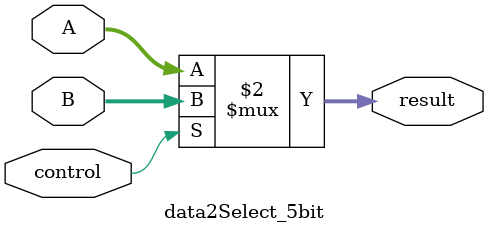
<source format=v>
`timescale 1ns / 1ps


module data2Select_5bit(
    input control,
    input [4:0] A,
    input [4:0] B,
    output [4:0] result
    );

     assign result = (control == 0)? A:B;
endmodule

</source>
